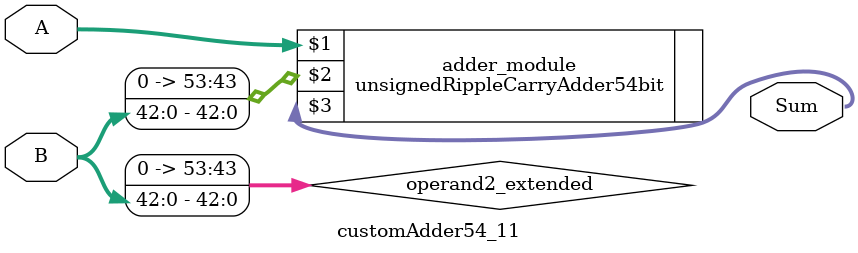
<source format=v>
module customAdder54_11(
                        input [53 : 0] A,
                        input [42 : 0] B,
                        
                        output [54 : 0] Sum
                );

        wire [53 : 0] operand2_extended;
        
        assign operand2_extended =  {11'b0, B};
        
        unsignedRippleCarryAdder54bit adder_module(
            A,
            operand2_extended,
            Sum
        );
        
        endmodule
        
</source>
